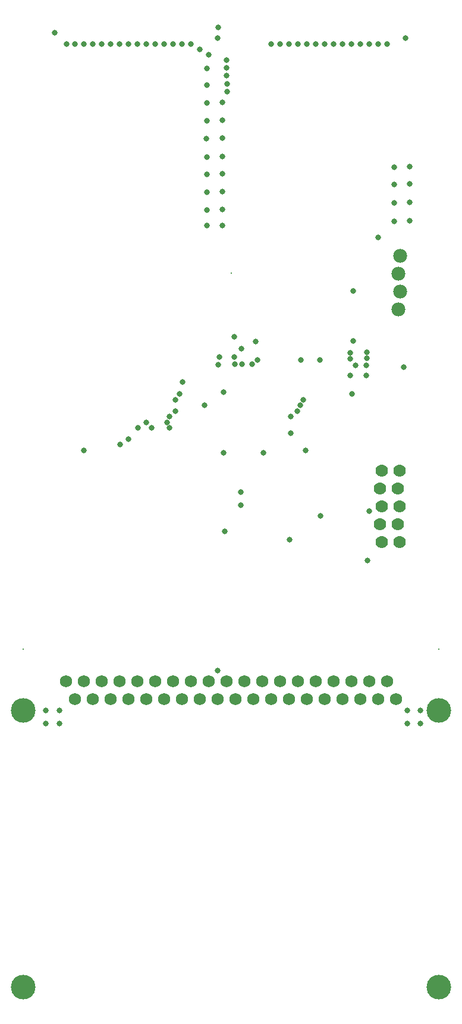
<source format=gbs>
%FSLAX23Y23*%
%MOIN*%
G70*
G01*
G75*
%ADD10C,0.008*%
%ADD11R,0.075X0.020*%
%ADD12R,0.028X0.125*%
%ADD13R,0.028X0.165*%
%ADD14R,0.085X0.138*%
%ADD15R,0.085X0.043*%
%ADD16R,0.020X0.075*%
%ADD17R,0.051X0.059*%
%ADD18R,0.043X0.039*%
%ADD19R,0.039X0.043*%
%ADD20C,0.010*%
%ADD21C,0.012*%
%ADD22C,0.070*%
%ADD23C,0.060*%
%ADD24C,0.130*%
%ADD25C,0.062*%
%ADD26C,0.024*%
%ADD27C,0.016*%
%ADD28C,0.031*%
%ADD29C,0.007*%
%ADD30C,0.010*%
%ADD31C,0.010*%
%ADD32C,0.010*%
%ADD33C,0.015*%
%ADD34R,0.100X0.100*%
%ADD35R,0.083X0.028*%
%ADD36R,0.036X0.133*%
%ADD37R,0.036X0.173*%
%ADD38R,0.093X0.146*%
%ADD39R,0.093X0.051*%
%ADD40R,0.028X0.083*%
%ADD41R,0.059X0.067*%
%ADD42R,0.051X0.047*%
%ADD43R,0.047X0.051*%
%ADD44C,0.008*%
%ADD45C,0.078*%
%ADD46C,0.068*%
%ADD47C,0.138*%
%ADD48C,0.032*%
D22*
X2006Y-2956D02*
D03*
Y-3156D02*
D03*
X1906D02*
D03*
X1996Y-3056D02*
D03*
X1896D02*
D03*
X1906Y-2956D02*
D03*
X1996Y-2856D02*
D03*
X1896D02*
D03*
X2006Y-2756D02*
D03*
X1906D02*
D03*
D44*
X2228Y-3759D02*
D03*
X-102D02*
D03*
X1063Y-1652D02*
D03*
D45*
X2011Y-1553D02*
D03*
X2001Y-1653D02*
D03*
X2011Y-1753D02*
D03*
X2001Y-1853D02*
D03*
D46*
X138Y-3937D02*
D03*
X188Y-4037D02*
D03*
X238Y-3937D02*
D03*
X288Y-4037D02*
D03*
X338Y-3937D02*
D03*
X388Y-4037D02*
D03*
X438Y-3937D02*
D03*
X488Y-4037D02*
D03*
X538Y-3937D02*
D03*
X588Y-4037D02*
D03*
X638Y-3937D02*
D03*
X688Y-4037D02*
D03*
X738Y-3937D02*
D03*
X788Y-4037D02*
D03*
X838Y-3937D02*
D03*
X938D02*
D03*
X988Y-4037D02*
D03*
X1038Y-3937D02*
D03*
X1088Y-4037D02*
D03*
X1138Y-3937D02*
D03*
X1188Y-4037D02*
D03*
X1238Y-3937D02*
D03*
X1288Y-4037D02*
D03*
X1338Y-3937D02*
D03*
X1388Y-4037D02*
D03*
X1438Y-3937D02*
D03*
X1488Y-4037D02*
D03*
X1538Y-3937D02*
D03*
X1588Y-4037D02*
D03*
X1638Y-3937D02*
D03*
X1688Y-4037D02*
D03*
X1738Y-3937D02*
D03*
X1788Y-4037D02*
D03*
X1838Y-3937D02*
D03*
X1888Y-4037D02*
D03*
X1938Y-3937D02*
D03*
X1988Y-4037D02*
D03*
X888D02*
D03*
D47*
X-102Y-4102D02*
D03*
X2228D02*
D03*
X-102Y-5652D02*
D03*
X2228D02*
D03*
D48*
X238Y-2643D02*
D03*
X1746Y-1752D02*
D03*
X2064Y-1055D02*
D03*
X1976Y-1057D02*
D03*
X2064Y-1151D02*
D03*
X1976Y-1153D02*
D03*
X2064Y-1255D02*
D03*
X1976Y-1257D02*
D03*
X2064Y-1359D02*
D03*
X1976Y-1361D02*
D03*
X2125Y-4175D02*
D03*
X2050D02*
D03*
X2125Y-4100D02*
D03*
X2050D02*
D03*
X100Y-4175D02*
D03*
X25D02*
D03*
X100Y-4100D02*
D03*
X25D02*
D03*
X1026Y-3097D02*
D03*
X1014Y-1383D02*
D03*
X926Y-1385D02*
D03*
X1014Y-1295D02*
D03*
X926Y-1297D02*
D03*
X1014Y-1195D02*
D03*
X926Y-1197D02*
D03*
X1014Y-1095D02*
D03*
X926Y-1097D02*
D03*
X1014Y-999D02*
D03*
X926Y-1001D02*
D03*
X1013Y-895D02*
D03*
X925Y-897D02*
D03*
X1014Y-795D02*
D03*
X926Y-797D02*
D03*
X1014Y-695D02*
D03*
X926Y-697D02*
D03*
X75Y-305D02*
D03*
X926Y-505D02*
D03*
Y-597D02*
D03*
X989Y-274D02*
D03*
X791Y-2261D02*
D03*
X774Y-2328D02*
D03*
X750Y-2360D02*
D03*
X717Y-2454D02*
D03*
X717Y-2517D02*
D03*
X703Y-2486D02*
D03*
X749Y-2423D02*
D03*
X539Y-2517D02*
D03*
X618D02*
D03*
X488Y-2580D02*
D03*
X439Y-2611D02*
D03*
X438Y-368D02*
D03*
X488D02*
D03*
X538D02*
D03*
X588D02*
D03*
X638D02*
D03*
X688D02*
D03*
X738D02*
D03*
X788D02*
D03*
X1888D02*
D03*
X1938D02*
D03*
X1022Y-2316D02*
D03*
X1243Y-2656D02*
D03*
X1022Y-2658D02*
D03*
X914Y-2391D02*
D03*
X1747Y-2030D02*
D03*
X1760Y-2168D02*
D03*
X1822D02*
D03*
X1823Y-2129D02*
D03*
X1730Y-2130D02*
D03*
X2032Y-2177D02*
D03*
X1838Y-2984D02*
D03*
X1116Y-2950D02*
D03*
X1117Y-2878D02*
D03*
X1823Y-2095D02*
D03*
X1731Y-2096D02*
D03*
X1082Y-2008D02*
D03*
X2042Y-335D02*
D03*
X988D02*
D03*
X1888Y-1450D02*
D03*
X586Y-2486D02*
D03*
X1838Y-368D02*
D03*
X1788D02*
D03*
X1740Y-2328D02*
D03*
X1738Y-368D02*
D03*
X1688D02*
D03*
X1638D02*
D03*
X1588D02*
D03*
X1538D02*
D03*
X1488D02*
D03*
X1438D02*
D03*
X1388D02*
D03*
X1454Y-2137D02*
D03*
X1338Y-368D02*
D03*
X1481Y-2643D02*
D03*
X1288Y-368D02*
D03*
X1466Y-2360D02*
D03*
X838Y-368D02*
D03*
X1450Y-2391D02*
D03*
X888Y-396D02*
D03*
X1433Y-2423D02*
D03*
X938Y-426D02*
D03*
X1396Y-2454D02*
D03*
X1038Y-456D02*
D03*
X1397Y-2549D02*
D03*
X1200Y-2034D02*
D03*
X1038Y-500D02*
D03*
X1211Y-2136D02*
D03*
X1180Y-2161D02*
D03*
X1038Y-545D02*
D03*
X1124Y-2162D02*
D03*
X987Y-3877D02*
D03*
X1039Y-591D02*
D03*
X1080Y-2121D02*
D03*
X996Y-2122D02*
D03*
X1085Y-2162D02*
D03*
X1119Y-2074D02*
D03*
X1039Y-635D02*
D03*
X991Y-2163D02*
D03*
X139Y-368D02*
D03*
X188D02*
D03*
X238D02*
D03*
X288D02*
D03*
X338D02*
D03*
X388D02*
D03*
X1389Y-3144D02*
D03*
X1563Y-3011D02*
D03*
X1562Y-2137D02*
D03*
X1826Y-3262D02*
D03*
X1731Y-2224D02*
D03*
X1822Y-2225D02*
D03*
M02*

</source>
